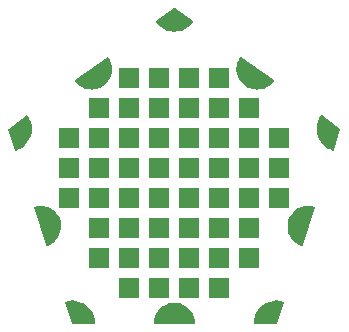
<source format=gbr>
G04 EAGLE Gerber RS-274X export*
G75*
%MOMM*%
%FSLAX34Y34*%
%LPD*%
%INSoldermask Top*%
%IPPOS*%
%AMOC8*
5,1,8,0,0,1.08239X$1,22.5*%
G01*
%ADD10C,0.901600*%
%ADD11R,1.701600X1.701600*%

G36*
X418224Y425214D02*
X418224Y425214D01*
X418257Y425222D01*
X418306Y425223D01*
X421059Y425776D01*
X421091Y425789D01*
X421138Y425799D01*
X423763Y426796D01*
X423792Y426815D01*
X423837Y426832D01*
X426262Y428248D01*
X426288Y428271D01*
X426329Y428295D01*
X428488Y430091D01*
X428510Y430119D01*
X428547Y430149D01*
X430380Y432276D01*
X430394Y432301D01*
X430415Y432322D01*
X430443Y432388D01*
X430477Y432449D01*
X430481Y432479D01*
X430492Y432505D01*
X430491Y432576D01*
X430499Y432647D01*
X430491Y432675D01*
X430491Y432704D01*
X430463Y432770D01*
X430442Y432838D01*
X430424Y432860D01*
X430412Y432887D01*
X430342Y432958D01*
X430336Y432966D01*
X430325Y432981D01*
X430322Y432983D01*
X430315Y432991D01*
X430305Y432996D01*
X430296Y433006D01*
X402796Y453006D01*
X402769Y453018D01*
X402747Y453037D01*
X402679Y453059D01*
X402615Y453088D01*
X402586Y453089D01*
X402558Y453098D01*
X402487Y453092D01*
X402416Y453094D01*
X402389Y453083D01*
X402360Y453081D01*
X402297Y453047D01*
X402231Y453021D01*
X402210Y453001D01*
X402184Y452987D01*
X402137Y452933D01*
X402130Y452928D01*
X402122Y452916D01*
X402119Y452912D01*
X402089Y452882D01*
X402084Y452872D01*
X402075Y452861D01*
X400617Y450462D01*
X400605Y450429D01*
X400580Y450388D01*
X399537Y447781D01*
X399535Y447771D01*
X399533Y447768D01*
X399528Y447742D01*
X399512Y447702D01*
X398912Y444959D01*
X398912Y444924D01*
X398901Y444877D01*
X398761Y442073D01*
X398766Y442039D01*
X398763Y441991D01*
X399086Y439201D01*
X399097Y439168D01*
X399102Y439120D01*
X399880Y436422D01*
X399894Y436396D01*
X399894Y436395D01*
X399895Y436394D01*
X399896Y436391D01*
X399909Y436345D01*
X401121Y433812D01*
X401141Y433784D01*
X401162Y433741D01*
X402774Y431441D01*
X402799Y431417D01*
X402826Y431378D01*
X404795Y429375D01*
X404823Y429355D01*
X404857Y429321D01*
X407128Y427669D01*
X407159Y427655D01*
X407198Y427627D01*
X409710Y426371D01*
X409744Y426362D01*
X409787Y426341D01*
X412471Y425516D01*
X412506Y425513D01*
X412552Y425498D01*
X415335Y425127D01*
X415369Y425129D01*
X415417Y425122D01*
X418224Y425214D01*
G37*
G36*
X277021Y425128D02*
X277021Y425128D01*
X277069Y425127D01*
X279853Y425498D01*
X279885Y425510D01*
X279933Y425516D01*
X282617Y426341D01*
X282648Y426357D01*
X282694Y426371D01*
X285206Y427627D01*
X285233Y427648D01*
X285276Y427669D01*
X287547Y429321D01*
X287570Y429347D01*
X287609Y429375D01*
X289578Y431378D01*
X289596Y431407D01*
X289630Y431441D01*
X291242Y433741D01*
X291256Y433772D01*
X291283Y433812D01*
X292495Y436345D01*
X292503Y436379D01*
X292524Y436422D01*
X293302Y439120D01*
X293304Y439155D01*
X293318Y439201D01*
X293641Y441991D01*
X293638Y442025D01*
X293643Y442073D01*
X293503Y444877D01*
X293494Y444911D01*
X293492Y444959D01*
X292892Y447702D01*
X292878Y447734D01*
X292867Y447781D01*
X291824Y450388D01*
X291805Y450417D01*
X291787Y450462D01*
X290329Y452861D01*
X290309Y452883D01*
X290296Y452909D01*
X290256Y452943D01*
X290250Y452951D01*
X290240Y452957D01*
X290194Y453007D01*
X290167Y453019D01*
X290145Y453038D01*
X290077Y453060D01*
X290012Y453089D01*
X289983Y453090D01*
X289955Y453098D01*
X289885Y453092D01*
X289814Y453093D01*
X289786Y453083D01*
X289757Y453080D01*
X289679Y453041D01*
X289678Y453041D01*
X289678Y453040D01*
X289668Y453036D01*
X289629Y453020D01*
X289621Y453012D01*
X289608Y453006D01*
X262108Y433006D01*
X262089Y432984D01*
X262064Y432969D01*
X262056Y432958D01*
X262054Y432956D01*
X262022Y432912D01*
X261974Y432859D01*
X261964Y432832D01*
X261947Y432808D01*
X261931Y432739D01*
X261908Y432672D01*
X261909Y432643D01*
X261903Y432614D01*
X261915Y432544D01*
X261920Y432473D01*
X261933Y432447D01*
X261938Y432418D01*
X261989Y432333D01*
X262008Y432295D01*
X262017Y432288D01*
X262024Y432276D01*
X263857Y430149D01*
X263885Y430128D01*
X263916Y430091D01*
X266075Y428295D01*
X266105Y428279D01*
X266142Y428248D01*
X268567Y426832D01*
X268600Y426821D01*
X268641Y426796D01*
X271266Y425799D01*
X271300Y425793D01*
X271345Y425776D01*
X274098Y425223D01*
X274133Y425224D01*
X274180Y425214D01*
X276987Y425122D01*
X277021Y425128D01*
G37*
G36*
X363231Y226509D02*
X363231Y226509D01*
X363260Y226506D01*
X363327Y226528D01*
X363397Y226542D01*
X363421Y226559D01*
X363449Y226568D01*
X363502Y226615D01*
X363561Y226655D01*
X363577Y226679D01*
X363599Y226699D01*
X363630Y226763D01*
X363668Y226822D01*
X363673Y226851D01*
X363685Y226877D01*
X363694Y226977D01*
X363701Y227019D01*
X363698Y227029D01*
X363700Y227043D01*
X363468Y229841D01*
X363458Y229875D01*
X363454Y229923D01*
X362765Y232644D01*
X362750Y232676D01*
X362738Y232722D01*
X361610Y235294D01*
X361590Y235322D01*
X361571Y235366D01*
X360035Y237717D01*
X360011Y237741D01*
X359985Y237782D01*
X358083Y239847D01*
X358055Y239868D01*
X358022Y239903D01*
X355807Y241628D01*
X355776Y241643D01*
X355738Y241673D01*
X353268Y243009D01*
X353235Y243019D01*
X353193Y243042D01*
X350553Y243949D01*
X350537Y243954D01*
X350503Y243959D01*
X350457Y243974D01*
X347688Y244436D01*
X347653Y244435D01*
X347606Y244443D01*
X344798Y244443D01*
X344764Y244436D01*
X344716Y244436D01*
X341947Y243974D01*
X341914Y243962D01*
X341867Y243954D01*
X339211Y243042D01*
X339181Y243025D01*
X339136Y243009D01*
X336666Y241673D01*
X336640Y241651D01*
X336597Y241628D01*
X334382Y239903D01*
X334359Y239877D01*
X334321Y239847D01*
X332419Y237782D01*
X332401Y237752D01*
X332369Y237717D01*
X330833Y235366D01*
X330820Y235334D01*
X330794Y235294D01*
X329666Y232722D01*
X329659Y232689D01*
X329656Y232682D01*
X329650Y232673D01*
X329649Y232667D01*
X329639Y232644D01*
X328950Y229923D01*
X328948Y229888D01*
X328936Y229841D01*
X328704Y227043D01*
X328708Y227014D01*
X328703Y226985D01*
X328720Y226916D01*
X328728Y226846D01*
X328742Y226820D01*
X328749Y226792D01*
X328791Y226735D01*
X328826Y226673D01*
X328850Y226655D01*
X328867Y226632D01*
X328928Y226596D01*
X328985Y226553D01*
X329013Y226545D01*
X329038Y226530D01*
X329136Y226514D01*
X329177Y226503D01*
X329188Y226505D01*
X329202Y226503D01*
X363202Y226503D01*
X363231Y226509D01*
G37*
G36*
X454333Y292709D02*
X454333Y292709D01*
X454362Y292706D01*
X454429Y292729D01*
X454499Y292743D01*
X454523Y292760D01*
X454550Y292769D01*
X454604Y292816D01*
X454662Y292856D01*
X454678Y292881D01*
X454700Y292900D01*
X454746Y292988D01*
X454769Y293024D01*
X454770Y293035D01*
X454777Y293048D01*
X465277Y325348D01*
X465280Y325377D01*
X465291Y325404D01*
X465291Y325475D01*
X465299Y325545D01*
X465291Y325573D01*
X465291Y325602D01*
X465263Y325668D01*
X465243Y325736D01*
X465225Y325758D01*
X465213Y325785D01*
X465162Y325835D01*
X465117Y325890D01*
X465091Y325903D01*
X465070Y325923D01*
X464978Y325962D01*
X464941Y325982D01*
X464929Y325983D01*
X464917Y325988D01*
X462187Y326632D01*
X462152Y326633D01*
X462105Y326644D01*
X459307Y326830D01*
X459272Y326825D01*
X459224Y326828D01*
X456433Y326551D01*
X456400Y326541D01*
X456352Y326536D01*
X453645Y325803D01*
X453614Y325788D01*
X453567Y325775D01*
X451018Y324607D01*
X450990Y324586D01*
X450946Y324566D01*
X448623Y322994D01*
X448599Y322969D01*
X448559Y322942D01*
X446527Y321009D01*
X446507Y320981D01*
X446472Y320947D01*
X444786Y318706D01*
X444771Y318675D01*
X444742Y318636D01*
X443448Y316148D01*
X443438Y316115D01*
X443416Y316072D01*
X442549Y313405D01*
X442545Y313370D01*
X442530Y313325D01*
X442114Y310551D01*
X442115Y310516D01*
X442108Y310469D01*
X442154Y307664D01*
X442155Y307662D01*
X442162Y307630D01*
X442162Y307582D01*
X442669Y304824D01*
X442682Y304791D01*
X442691Y304744D01*
X443645Y302107D01*
X443663Y302077D01*
X443679Y302032D01*
X445054Y299587D01*
X445077Y299561D01*
X445101Y299519D01*
X446859Y297334D01*
X446886Y297312D01*
X446916Y297274D01*
X449011Y295409D01*
X449040Y295391D01*
X449076Y295359D01*
X451449Y293864D01*
X451482Y293852D01*
X451522Y293826D01*
X454109Y292742D01*
X454138Y292736D01*
X454163Y292722D01*
X454234Y292717D01*
X454304Y292703D01*
X454333Y292709D01*
G37*
G36*
X238104Y292708D02*
X238104Y292708D01*
X238133Y292704D01*
X238230Y292726D01*
X238272Y292733D01*
X238282Y292738D01*
X238295Y292742D01*
X240882Y293826D01*
X240910Y293845D01*
X240955Y293864D01*
X243328Y295359D01*
X243353Y295383D01*
X243394Y295409D01*
X245488Y297274D01*
X245509Y297302D01*
X245545Y297334D01*
X247303Y299519D01*
X247319Y299550D01*
X247350Y299587D01*
X248725Y302032D01*
X248735Y302065D01*
X248759Y302107D01*
X249713Y304744D01*
X249718Y304778D01*
X249735Y304824D01*
X250242Y307582D01*
X250241Y307617D01*
X250250Y307664D01*
X250296Y310469D01*
X250289Y310503D01*
X250290Y310551D01*
X249874Y313325D01*
X249862Y313357D01*
X249855Y313405D01*
X248988Y316072D01*
X248971Y316102D01*
X248956Y316148D01*
X247662Y318636D01*
X247640Y318663D01*
X247618Y318706D01*
X245932Y320947D01*
X245906Y320970D01*
X245877Y321009D01*
X243845Y322942D01*
X243816Y322960D01*
X243781Y322994D01*
X241458Y324566D01*
X241426Y324579D01*
X241386Y324607D01*
X238837Y325775D01*
X238803Y325783D01*
X238759Y325803D01*
X236052Y326536D01*
X236017Y326538D01*
X235971Y326551D01*
X233180Y326828D01*
X233145Y326825D01*
X233097Y326830D01*
X230299Y326644D01*
X230265Y326635D01*
X230217Y326632D01*
X227487Y325988D01*
X227461Y325976D01*
X227432Y325971D01*
X227371Y325934D01*
X227307Y325905D01*
X227287Y325883D01*
X227262Y325868D01*
X227221Y325810D01*
X227173Y325758D01*
X227163Y325730D01*
X227146Y325706D01*
X227131Y325637D01*
X227107Y325570D01*
X227109Y325541D01*
X227103Y325512D01*
X227117Y325414D01*
X227120Y325371D01*
X227125Y325361D01*
X227127Y325348D01*
X237627Y293048D01*
X237642Y293022D01*
X237648Y292994D01*
X237690Y292936D01*
X237725Y292875D01*
X237748Y292857D01*
X237765Y292833D01*
X237826Y292797D01*
X237883Y292753D01*
X237911Y292746D01*
X237936Y292731D01*
X238006Y292721D01*
X238075Y292703D01*
X238104Y292708D01*
G37*
G36*
X278630Y226508D02*
X278630Y226508D01*
X278658Y226506D01*
X278726Y226528D01*
X278797Y226542D01*
X278820Y226558D01*
X278847Y226567D01*
X278901Y226614D01*
X278961Y226655D01*
X278976Y226679D01*
X278997Y226697D01*
X279029Y226762D01*
X279068Y226822D01*
X279073Y226850D01*
X279085Y226875D01*
X279094Y226978D01*
X279101Y227019D01*
X279099Y227029D01*
X279100Y227041D01*
X278866Y230017D01*
X278857Y230049D01*
X278854Y230095D01*
X278158Y232998D01*
X278144Y233028D01*
X278134Y233072D01*
X276992Y235831D01*
X276973Y235858D01*
X276956Y235901D01*
X275397Y238446D01*
X275374Y238471D01*
X275351Y238510D01*
X273413Y240780D01*
X273386Y240801D01*
X273357Y240836D01*
X271088Y242775D01*
X271059Y242791D01*
X271024Y242821D01*
X268479Y244382D01*
X268448Y244393D01*
X268409Y244417D01*
X265651Y245560D01*
X265619Y245567D01*
X265577Y245585D01*
X262674Y246282D01*
X262641Y246283D01*
X262597Y246295D01*
X259621Y246529D01*
X259588Y246525D01*
X259542Y246529D01*
X256566Y246296D01*
X256534Y246287D01*
X256489Y246284D01*
X253586Y245587D01*
X253560Y245575D01*
X253532Y245571D01*
X253470Y245534D01*
X253405Y245504D01*
X253386Y245482D01*
X253362Y245468D01*
X253320Y245409D01*
X253272Y245356D01*
X253263Y245329D01*
X253246Y245306D01*
X253231Y245236D01*
X253207Y245168D01*
X253209Y245140D01*
X253203Y245112D01*
X253218Y245012D01*
X253221Y244970D01*
X253225Y244960D01*
X253227Y244947D01*
X259127Y226847D01*
X259142Y226821D01*
X259149Y226792D01*
X259191Y226735D01*
X259225Y226674D01*
X259249Y226656D01*
X259267Y226632D01*
X259327Y226596D01*
X259383Y226553D01*
X259412Y226546D01*
X259438Y226530D01*
X259534Y226514D01*
X259576Y226503D01*
X259588Y226505D01*
X259602Y226503D01*
X278602Y226503D01*
X278630Y226508D01*
G37*
G36*
X432831Y226509D02*
X432831Y226509D01*
X432861Y226506D01*
X432928Y226528D01*
X432997Y226542D01*
X433022Y226559D01*
X433050Y226569D01*
X433103Y226615D01*
X433161Y226655D01*
X433177Y226680D01*
X433199Y226700D01*
X433245Y226786D01*
X433268Y226822D01*
X433270Y226834D01*
X433277Y226847D01*
X439177Y244947D01*
X439180Y244976D01*
X439191Y245002D01*
X439191Y245074D01*
X439199Y245145D01*
X439191Y245172D01*
X439191Y245201D01*
X439164Y245267D01*
X439143Y245336D01*
X439125Y245358D01*
X439114Y245384D01*
X439063Y245434D01*
X439017Y245489D01*
X438992Y245502D01*
X438972Y245522D01*
X438878Y245562D01*
X438841Y245582D01*
X438830Y245582D01*
X438818Y245587D01*
X435915Y246284D01*
X435882Y246285D01*
X435838Y246296D01*
X432862Y246529D01*
X432829Y246525D01*
X432783Y246529D01*
X429807Y246295D01*
X429775Y246285D01*
X429730Y246282D01*
X426827Y245585D01*
X426797Y245571D01*
X426753Y245560D01*
X424040Y244436D01*
X423995Y244417D01*
X423967Y244399D01*
X423925Y244382D01*
X421380Y242821D01*
X421356Y242799D01*
X421316Y242775D01*
X419047Y240836D01*
X419026Y240810D01*
X418991Y240780D01*
X417053Y238510D01*
X417037Y238481D01*
X417007Y238446D01*
X415448Y235901D01*
X415436Y235869D01*
X415412Y235831D01*
X414270Y233072D01*
X414264Y233040D01*
X414246Y232998D01*
X413550Y230095D01*
X413549Y230062D01*
X413538Y230017D01*
X413304Y227041D01*
X413308Y227013D01*
X413303Y226985D01*
X413320Y226915D01*
X413329Y226844D01*
X413343Y226819D01*
X413349Y226792D01*
X413392Y226734D01*
X413428Y226671D01*
X413450Y226655D01*
X413467Y226632D01*
X413529Y226595D01*
X413587Y226552D01*
X413614Y226545D01*
X413638Y226530D01*
X413739Y226513D01*
X413779Y226503D01*
X413790Y226505D01*
X413802Y226503D01*
X432802Y226503D01*
X432831Y226509D01*
G37*
G36*
X349219Y474292D02*
X349219Y474292D01*
X349251Y474301D01*
X349296Y474304D01*
X352201Y475002D01*
X352231Y475016D01*
X352275Y475026D01*
X355035Y476169D01*
X355063Y476187D01*
X355105Y476204D01*
X357652Y477765D01*
X357676Y477788D01*
X357715Y477811D01*
X359986Y479751D01*
X360007Y479777D01*
X360042Y479806D01*
X361982Y482078D01*
X361996Y482103D01*
X362016Y482124D01*
X362044Y482189D01*
X362078Y482252D01*
X362081Y482281D01*
X362092Y482307D01*
X362092Y482379D01*
X362099Y482449D01*
X362091Y482477D01*
X362090Y482506D01*
X362062Y482572D01*
X362041Y482640D01*
X362022Y482662D01*
X362011Y482689D01*
X361941Y482760D01*
X361914Y482792D01*
X361904Y482797D01*
X361894Y482807D01*
X346494Y493907D01*
X346468Y493919D01*
X346447Y493937D01*
X346378Y493959D01*
X346313Y493989D01*
X346284Y493989D01*
X346257Y493998D01*
X346186Y493992D01*
X346114Y493993D01*
X346088Y493983D01*
X346059Y493980D01*
X345968Y493936D01*
X345929Y493920D01*
X345922Y493913D01*
X345910Y493907D01*
X330510Y482807D01*
X330490Y482786D01*
X330465Y482771D01*
X330423Y482713D01*
X330375Y482661D01*
X330365Y482634D01*
X330348Y482610D01*
X330332Y482541D01*
X330308Y482474D01*
X330310Y482445D01*
X330303Y482416D01*
X330315Y482346D01*
X330319Y482275D01*
X330332Y482249D01*
X330337Y482221D01*
X330388Y482135D01*
X330407Y482097D01*
X330415Y482090D01*
X330422Y482078D01*
X332362Y479806D01*
X332388Y479786D01*
X332418Y479751D01*
X334689Y477811D01*
X334718Y477795D01*
X334752Y477765D01*
X337299Y476204D01*
X337330Y476193D01*
X337369Y476169D01*
X340129Y475026D01*
X340161Y475019D01*
X340203Y475002D01*
X343108Y474304D01*
X343141Y474303D01*
X343185Y474292D01*
X346163Y474058D01*
X346196Y474062D01*
X346241Y474058D01*
X349219Y474292D01*
G37*
G36*
X480534Y373209D02*
X480534Y373209D01*
X480563Y373206D01*
X480631Y373229D01*
X480701Y373244D01*
X480724Y373260D01*
X480752Y373270D01*
X480805Y373317D01*
X480864Y373358D01*
X480879Y373382D01*
X480901Y373401D01*
X480947Y373491D01*
X480969Y373527D01*
X480971Y373537D01*
X480977Y373549D01*
X486777Y391549D01*
X486780Y391577D01*
X486792Y391604D01*
X486791Y391675D01*
X486799Y391747D01*
X486791Y391774D01*
X486791Y391803D01*
X486763Y391869D01*
X486742Y391937D01*
X486724Y391959D01*
X486713Y391986D01*
X486643Y392058D01*
X486616Y392090D01*
X486606Y392095D01*
X486597Y392105D01*
X471297Y403305D01*
X471270Y403317D01*
X471248Y403336D01*
X471181Y403358D01*
X471116Y403388D01*
X471087Y403389D01*
X471059Y403398D01*
X470989Y403392D01*
X470918Y403394D01*
X470890Y403384D01*
X470861Y403381D01*
X470798Y403348D01*
X470732Y403322D01*
X470711Y403302D01*
X470686Y403288D01*
X470620Y403213D01*
X470590Y403183D01*
X470585Y403173D01*
X470576Y403163D01*
X469021Y400623D01*
X469010Y400592D01*
X468986Y400553D01*
X467847Y397801D01*
X467841Y397769D01*
X467823Y397727D01*
X467129Y394831D01*
X467128Y394798D01*
X467117Y394754D01*
X466884Y391785D01*
X466888Y391752D01*
X466884Y391706D01*
X467119Y388738D01*
X467128Y388706D01*
X467131Y388660D01*
X467828Y385765D01*
X467842Y385735D01*
X467852Y385691D01*
X468992Y382940D01*
X469011Y382912D01*
X469028Y382870D01*
X470585Y380331D01*
X470608Y380307D01*
X470631Y380268D01*
X472566Y378004D01*
X472592Y377984D01*
X472621Y377949D01*
X474887Y376016D01*
X474916Y376000D01*
X474950Y375970D01*
X477490Y374415D01*
X477521Y374403D01*
X477559Y374379D01*
X480311Y373241D01*
X480339Y373235D01*
X480365Y373222D01*
X480436Y373216D01*
X480506Y373203D01*
X480534Y373209D01*
G37*
G36*
X211902Y373208D02*
X211902Y373208D01*
X211931Y373204D01*
X212029Y373226D01*
X212071Y373232D01*
X212080Y373238D01*
X212093Y373241D01*
X214845Y374379D01*
X214872Y374398D01*
X214914Y374415D01*
X217454Y375970D01*
X217478Y375992D01*
X217518Y376016D01*
X219783Y377949D01*
X219803Y377975D01*
X219838Y378004D01*
X221773Y380268D01*
X221789Y380297D01*
X221819Y380331D01*
X223376Y382870D01*
X223387Y382901D01*
X223412Y382940D01*
X224552Y385691D01*
X224559Y385723D01*
X224576Y385765D01*
X225273Y388660D01*
X225274Y388694D01*
X225285Y388738D01*
X225520Y391706D01*
X225516Y391739D01*
X225520Y391785D01*
X225287Y394754D01*
X225278Y394786D01*
X225275Y394831D01*
X224581Y397727D01*
X224567Y397757D01*
X224557Y397801D01*
X223418Y400553D01*
X223400Y400581D01*
X223383Y400623D01*
X221828Y403163D01*
X221808Y403184D01*
X221795Y403210D01*
X221741Y403256D01*
X221692Y403308D01*
X221666Y403320D01*
X221643Y403339D01*
X221576Y403360D01*
X221511Y403389D01*
X221482Y403390D01*
X221454Y403399D01*
X221383Y403392D01*
X221312Y403393D01*
X221285Y403382D01*
X221256Y403379D01*
X221167Y403335D01*
X221127Y403319D01*
X221119Y403311D01*
X221107Y403305D01*
X205807Y392105D01*
X205788Y392084D01*
X205763Y392069D01*
X205722Y392011D01*
X205673Y391958D01*
X205664Y391931D01*
X205647Y391907D01*
X205631Y391838D01*
X205607Y391770D01*
X205609Y391742D01*
X205603Y391714D01*
X205617Y391614D01*
X205620Y391572D01*
X205625Y391562D01*
X205627Y391549D01*
X211427Y373549D01*
X211441Y373524D01*
X211447Y373496D01*
X211489Y373438D01*
X211524Y373376D01*
X211547Y373358D01*
X211564Y373335D01*
X211625Y373298D01*
X211682Y373254D01*
X211709Y373247D01*
X211734Y373232D01*
X211805Y373222D01*
X211874Y373204D01*
X211902Y373208D01*
G37*
D10*
X346202Y486702D03*
X479802Y389602D03*
X428802Y232502D03*
X263602Y232502D03*
X212602Y389602D03*
X413002Y438202D03*
X454302Y311102D03*
X346202Y232502D03*
X238102Y311102D03*
X279402Y438202D03*
D11*
X333502Y358902D03*
X333502Y333502D03*
X358902Y358902D03*
X358902Y333502D03*
X308102Y333502D03*
X282702Y333502D03*
X257302Y333502D03*
X257302Y358902D03*
X282702Y358902D03*
X308102Y358902D03*
X384302Y358902D03*
X409702Y358902D03*
X435102Y358902D03*
X435102Y333502D03*
X409702Y333502D03*
X384302Y333502D03*
X282702Y384302D03*
X257302Y384302D03*
X308102Y384302D03*
X333502Y384302D03*
X358902Y384302D03*
X384302Y384302D03*
X409702Y384302D03*
X435102Y384302D03*
X282702Y308102D03*
X308102Y308102D03*
X333502Y308102D03*
X358902Y308102D03*
X384302Y308102D03*
X409702Y308102D03*
X282702Y282702D03*
X308102Y282702D03*
X333502Y282702D03*
X358902Y282702D03*
X384302Y282702D03*
X409702Y282702D03*
X282702Y409702D03*
X308102Y409702D03*
X333502Y409702D03*
X358902Y409702D03*
X384302Y409702D03*
X409702Y409702D03*
X384302Y435102D03*
X358902Y435102D03*
X333502Y435102D03*
X308102Y435102D03*
X308102Y257302D03*
X333502Y257302D03*
X358902Y257302D03*
X384302Y257302D03*
M02*

</source>
